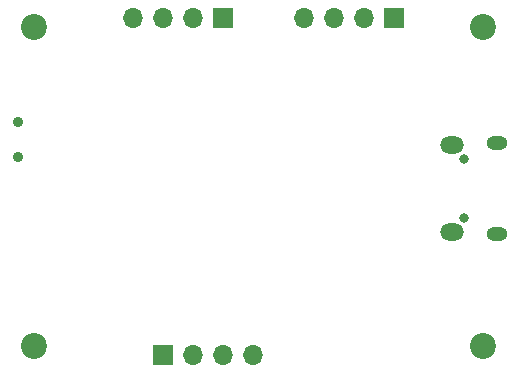
<source format=gbr>
%TF.GenerationSoftware,KiCad,Pcbnew,7.0.1-0*%
%TF.CreationDate,2023-05-28T09:45:46-06:00*%
%TF.ProjectId,stm32-prototype,73746d33-322d-4707-926f-746f74797065,rev?*%
%TF.SameCoordinates,Original*%
%TF.FileFunction,Soldermask,Bot*%
%TF.FilePolarity,Negative*%
%FSLAX46Y46*%
G04 Gerber Fmt 4.6, Leading zero omitted, Abs format (unit mm)*
G04 Created by KiCad (PCBNEW 7.0.1-0) date 2023-05-28 09:45:46*
%MOMM*%
%LPD*%
G01*
G04 APERTURE LIST*
%ADD10C,0.900000*%
%ADD11C,2.200000*%
%ADD12O,1.700000X1.700000*%
%ADD13R,1.700000X1.700000*%
%ADD14O,1.800000X1.150000*%
%ADD15O,2.000000X1.450000*%
%ADD16O,0.800000X0.800000*%
G04 APERTURE END LIST*
D10*
%TO.C,SW1*%
X80645000Y-83000000D03*
X80645000Y-86000000D03*
%TD*%
D11*
%TO.C,H4*%
X82000000Y-75000000D03*
%TD*%
%TO.C,H3*%
X120000000Y-75000000D03*
%TD*%
%TO.C,H2*%
X120000000Y-102000000D03*
%TD*%
%TO.C,H1*%
X82000000Y-102000000D03*
%TD*%
D12*
%TO.C,J4*%
X100570000Y-102750000D03*
X98030000Y-102750000D03*
X95490000Y-102750000D03*
D13*
X92950000Y-102750000D03*
%TD*%
D12*
%TO.C,J3*%
X104920000Y-74250000D03*
X107460000Y-74250000D03*
X110000000Y-74250000D03*
D13*
X112540000Y-74250000D03*
%TD*%
D12*
%TO.C,J2*%
X90420000Y-74250000D03*
X92960000Y-74250000D03*
X95500000Y-74250000D03*
D13*
X98040000Y-74250000D03*
%TD*%
D14*
%TO.C,J1*%
X121200000Y-84775000D03*
X121200000Y-92525000D03*
D15*
X117400000Y-84925000D03*
X117400000Y-92375000D03*
D16*
X118450000Y-86150000D03*
X118450000Y-91150000D03*
%TD*%
M02*

</source>
